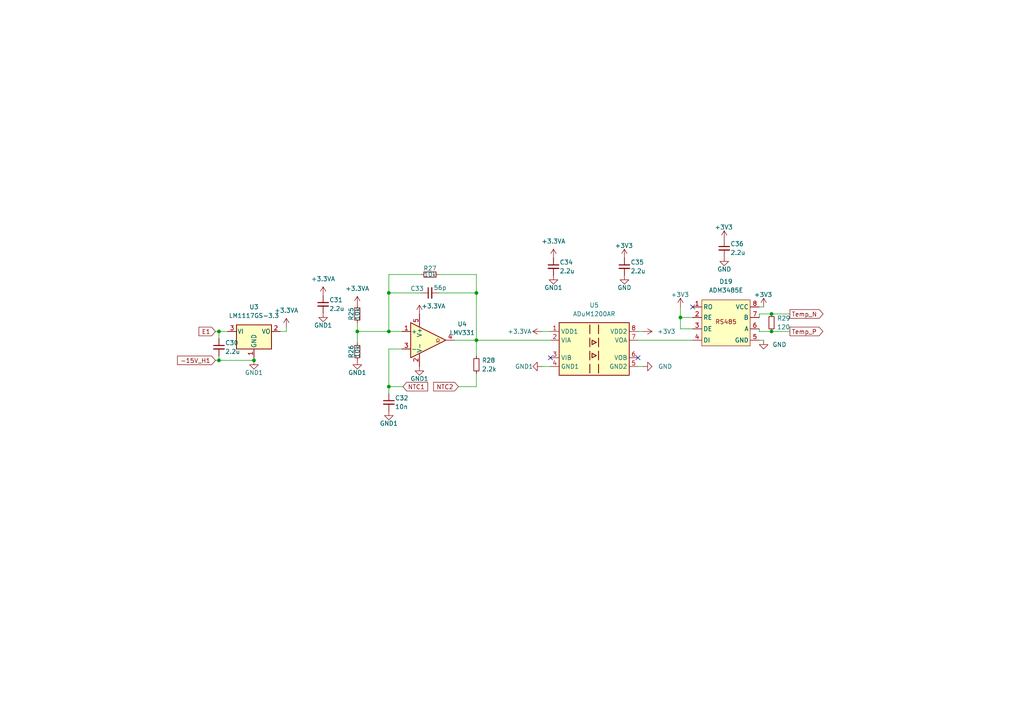
<source format=kicad_sch>
(kicad_sch (version 20211123) (generator eeschema)
  (paper "A4")
  (lib_symbols
    (symbol "Comparator:LMV331" (pin_names (offset 0.127))
      (property "Reference" "U" (at 1.27 5.08 0))
      (property "Value" "LMV331" (at 3.81 -5.08 0))
      (symbol "LMV331_0_1"
        (polyline (pts (xy -5.08 5.08) (xy 5.08 0) (xy -5.08 -5.08) (xy -5.08 5.08)) (stroke (width 0.254)) (fill (type background)))
        (polyline (pts (xy 3.302 -0.508) (xy 2.794 -0.508) (xy 3.302 0) (xy 2.794 0.508) (xy 2.286 0) (xy 2.794 -0.508) (xy 2.286 -0.508)) (stroke (width 0.127)))
      )
      (symbol "LMV331_1_1"
        (pin input line (at -7.62 2.54 0) (length 2.54) (name "+") (number "1"))
        (pin power_in line (at -2.54 -7.62 90) (length 3.81) (name "V-") (number "2"))
        (pin input line (at -7.62 -2.54 0) (length 2.54) (name "-") (number "3"))
        (pin open_collector line (at 7.62 0 180) (length 2.54) (name "~") (number "4"))
        (pin power_in line (at -2.54 7.62 270) (length 3.81) (name "V+") (number "5"))
      )
    )
    (symbol "Device:C_Small" (pin_numbers hide) (pin_names (offset 0.254) hide)
      (property "Reference" "C" (at 0.254 1.778 0))
      (property "Value" "C_Small" (at 0.254 -2.032 0))
      (symbol "C_Small_0_1"
        (polyline (pts (xy -1.524 -0.508) (xy 1.524 -0.508)) (stroke (width 0.3302)))
        (polyline (pts (xy -1.524 0.508) (xy 1.524 0.508)) (stroke (width 0.3048)))
      )
      (symbol "C_Small_1_1"
        (pin passive line (at 0 2.54 270) (length 2.032) (name "~") (number "1"))
        (pin passive line (at 0 -2.54 90) (length 2.032) (name "~") (number "2"))
      )
    )
    (symbol "Device:R_Small" (pin_numbers hide) (pin_names (offset 0.254) hide)
      (property "Reference" "R" (at 0.762 0.508 0))
      (property "Value" "R_Small" (at 0.762 -1.016 0))
      (symbol "R_Small_0_1"
        (rectangle (start -0.762 1.778) (end 0.762 -1.778) (stroke (width 0.2032)))
      )
      (symbol "R_Small_1_1"
        (pin passive line (at 0 2.54 270) (length 0.762) (name "~") (number "1"))
        (pin passive line (at 0 -2.54 90) (length 0.762) (name "~") (number "2"))
      )
    )
    (symbol "Interface_My:ADM3485E"
      (property "Reference" "D" (at 0 0.635 0))
      (property "Value" "ADM3485E" (at 0 -1.27 0))
      (symbol "ADM3485E_0_0"
        (rectangle (start -6.985 -2.54) (end 6.985 -15.875) (fill (type background)))
        (text "RS485" (at 0 -8.89 0) (effects (font (size 1.27 1.27))))
      )
      (symbol "ADM3485E_1_1"
        (pin input line (at -9.652 -4.572 0) (length 2.54) (name "RO") (number "1"))
        (pin input line (at -9.652 -7.62 0) (length 2.54) (name "RE") (number "2"))
        (pin input line (at -9.652 -10.922 0) (length 2.54) (name "DE") (number "3"))
        (pin input line (at -9.652 -14.224 0) (length 2.54) (name "DI") (number "4"))
        (pin input line (at 9.652 -14.224 180) (length 2.54) (name "GND") (number "5"))
        (pin input line (at 9.652 -10.922 180) (length 2.54) (name "A") (number "6"))
        (pin input line (at 9.652 -7.62 180) (length 2.54) (name "B") (number "7"))
        (pin input line (at 9.652 -4.572 180) (length 2.54) (name "VCC") (number "8"))
      )
    )
    (symbol "Isolator:ADuM1200AR"
      (property "Reference" "U" (at -10.16 8.89 0))
      (property "Value" "ADuM1200AR" (at -2.032 8.89 0))
      (symbol "ADuM1200AR_0_1"
        (rectangle (start -10.16 7.62) (end 10.16 -7.62) (stroke (width 0.254)) (fill (type background)))
        (polyline (pts (xy -1.27 -4.445) (xy -1.27 -6.985)) (stroke (width 0.254)))
        (polyline (pts (xy -1.27 -0.635) (xy -1.27 -3.175)) (stroke (width 0.254)))
        (polyline (pts (xy -1.27 3.175) (xy -1.27 0.635)) (stroke (width 0.254)))
        (polyline (pts (xy -1.27 6.985) (xy -1.27 4.445)) (stroke (width 0.254)))
        (polyline (pts (xy 1.27 -4.445) (xy 1.27 -6.985)) (stroke (width 0.254)))
        (polyline (pts (xy 1.27 -0.635) (xy 1.27 -3.175)) (stroke (width 0.254)))
        (polyline (pts (xy 1.27 3.175) (xy 1.27 0.635)) (stroke (width 0.254)))
        (polyline (pts (xy 1.27 6.985) (xy 1.27 4.445)) (stroke (width 0.254)))
        (polyline (pts (xy -0.635 -1.27) (xy -0.635 -2.54) (xy 0.635 -1.905) (xy -0.635 -1.27)) (stroke (width 0.254)))
        (polyline (pts (xy -0.635 1.27) (xy 0.635 1.905) (xy -0.635 2.54) (xy -0.635 1.27)) (stroke (width 0.254)))
      )
      (symbol "ADuM1200AR_1_1"
        (pin power_in line (at -12.7 5.08 0) (length 2.54) (name "VDD1") (number "1"))
        (pin input line (at -12.7 2.54 0) (length 2.54) (name "VIA") (number "2"))
        (pin input line (at -12.7 -2.54 0) (length 2.54) (name "VIB") (number "3"))
        (pin power_in line (at -12.7 -5.08 0) (length 2.54) (name "GND1") (number "4"))
        (pin power_in line (at 12.7 -5.08 180) (length 2.54) (name "GND2") (number "5"))
        (pin output line (at 12.7 -2.54 180) (length 2.54) (name "VOB") (number "6"))
        (pin output line (at 12.7 2.54 180) (length 2.54) (name "VOA") (number "7"))
        (pin power_in line (at 12.7 5.08 180) (length 2.54) (name "VDD2") (number "8"))
      )
    )
    (symbol "Regulator_Linear:LM1117-3.3" (pin_names (offset 0.254))
      (property "Reference" "U" (at -3.81 3.175 0))
      (property "Value" "LM1117-3.3" (at 0 3.175 0))
      (symbol "LM1117-3.3_0_1"
        (rectangle (start -5.08 -5.08) (end 5.08 1.905) (stroke (width 0.254)) (fill (type background)))
      )
      (symbol "LM1117-3.3_1_1"
        (pin power_in line (at 0 -7.62 90) (length 2.54) (name "GND") (number "1"))
        (pin power_out line (at 7.62 0 180) (length 2.54) (name "VO") (number "2"))
        (pin power_in line (at -7.62 0 0) (length 2.54) (name "VI") (number "3"))
      )
    )
    (symbol "power:+3.3V" (power) (pin_names (offset 0))
      (property "Value" "+3.3V" (at 0 3.556 0))
      (symbol "+3.3V_0_1"
        (polyline (pts (xy -0.762 1.27) (xy 0 2.54)))
        (polyline (pts (xy 0 0) (xy 0 2.54)))
        (polyline (pts (xy 0 2.54) (xy 0.762 1.27)))
      )
      (symbol "+3.3V_1_1"
        (pin power_in line (at 0 0 90) (length 0) hide (name "+3V3") (number "1"))
      )
    )
    (symbol "power:+3.3VA" (power) (pin_names (offset 0))
      (property "Value" "+3.3VA" (at 0 3.556 0))
      (symbol "+3.3VA_0_1"
        (polyline (pts (xy -0.762 1.27) (xy 0 2.54)))
        (polyline (pts (xy 0 0) (xy 0 2.54)))
        (polyline (pts (xy 0 2.54) (xy 0.762 1.27)))
      )
      (symbol "+3.3VA_1_1"
        (pin power_in line (at 0 0 90) (length 0) hide (name "+3.3VA") (number "1"))
      )
    )
    (symbol "power:GND" (power) (pin_names (offset 0))
      (property "Value" "GND" (at 0 -3.81 0))
      (symbol "GND_0_1"
        (polyline (pts (xy 0 0) (xy 0 -1.27) (xy 1.27 -1.27) (xy 0 -2.54) (xy -1.27 -1.27) (xy 0 -1.27)))
      )
      (symbol "GND_1_1"
        (pin power_in line (at 0 0 270) (length 0) hide (name "GND") (number "1"))
      )
    )
    (symbol "power:GND1" (power) (pin_names (offset 0))
      (property "Value" "GND1" (at 0 -3.81 0))
      (symbol "GND1_0_1"
        (polyline (pts (xy 0 0) (xy 0 -1.27) (xy 1.27 -1.27) (xy 0 -2.54) (xy -1.27 -1.27) (xy 0 -1.27)))
      )
      (symbol "GND1_1_1"
        (pin power_in line (at 0 0 270) (length 0) hide (name "GND1") (number "1"))
      )
    )
  )
  (junction (at 103.632 96.139))
  (junction (at 63.5 104.521))
  (junction (at 112.776 96.139))
  (junction (at 223.774 91.059))
  (junction (at 223.774 96.139))
  (junction (at 112.776 84.963))
  (junction (at 63.5 96.139))
  (junction (at 138.176 84.963))
  (junction (at 197.358 92.075))
  (junction (at 138.176 98.679))
  (junction (at 73.66 104.521))
  (junction (at 112.776 112.141))
  (no_connect (at 159.639 103.759))
  (no_connect (at 200.914 89.027))
  (no_connect (at 185.039 103.759))
  (wire (pts (xy 132.969 112.141) (xy 138.176 112.141)))
  (wire (pts (xy 103.632 93.599) (xy 103.632 96.139)))
  (wire (pts (xy 112.776 84.963) (xy 112.776 96.139)))
  (wire (pts (xy 197.358 92.075) (xy 200.914 92.075)))
  (wire (pts (xy 112.776 79.629) (xy 112.776 84.963)))
  (wire (pts (xy 112.776 112.141) (xy 112.776 114.173)))
  (wire (pts (xy 131.826 98.679) (xy 138.176 98.679)))
  (wire (pts (xy 197.358 95.377) (xy 200.914 95.377)))
  (wire (pts (xy 138.176 112.141) (xy 138.176 108.331)))
  (wire (pts (xy 223.774 91.059) (xy 229.108 91.059)))
  (wire (pts (xy 103.632 96.139) (xy 112.776 96.139)))
  (wire (pts (xy 127.254 79.629) (xy 138.176 79.629)))
  (wire (pts (xy 157.099 106.299) (xy 159.639 106.299)))
  (wire (pts (xy 220.218 98.679) (xy 221.488 98.679)))
  (wire (pts (xy 83.058 94.869) (xy 83.058 96.139)))
  (wire (pts (xy 127.254 84.963) (xy 138.176 84.963)))
  (wire (pts (xy 62.484 96.139) (xy 63.5 96.139)))
  (wire (pts (xy 112.776 96.139) (xy 116.586 96.139)))
  (wire (pts (xy 185.039 106.299) (xy 186.563 106.299)))
  (wire (pts (xy 220.218 89.027) (xy 221.488 89.027)))
  (wire (pts (xy 197.358 92.075) (xy 197.358 95.377)))
  (wire (pts (xy 63.5 96.139) (xy 66.04 96.139)))
  (wire (pts (xy 112.776 112.141) (xy 112.776 101.219)))
  (wire (pts (xy 62.484 104.521) (xy 63.5 104.521)))
  (wire (pts (xy 63.5 104.521) (xy 73.66 104.521)))
  (wire (pts (xy 138.176 98.679) (xy 159.639 98.679)))
  (wire (pts (xy 122.174 79.629) (xy 112.776 79.629)))
  (wire (pts (xy 138.176 79.629) (xy 138.176 84.963)))
  (wire (pts (xy 220.218 96.139) (xy 220.218 95.377)))
  (wire (pts (xy 103.632 99.441) (xy 103.632 96.139)))
  (wire (pts (xy 185.039 98.679) (xy 200.914 98.679)))
  (wire (pts (xy 83.058 96.139) (xy 81.28 96.139)))
  (wire (pts (xy 116.84 112.141) (xy 112.776 112.141)))
  (wire (pts (xy 63.5 103.251) (xy 63.5 104.521)))
  (wire (pts (xy 223.774 96.139) (xy 229.108 96.139)))
  (wire (pts (xy 63.5 98.171) (xy 63.5 96.139)))
  (wire (pts (xy 112.776 84.963) (xy 122.174 84.963)))
  (wire (pts (xy 223.774 96.139) (xy 220.218 96.139)))
  (wire (pts (xy 138.176 98.679) (xy 138.176 103.251)))
  (wire (pts (xy 157.099 96.139) (xy 159.639 96.139)))
  (wire (pts (xy 185.039 96.139) (xy 186.563 96.139)))
  (wire (pts (xy 138.176 84.963) (xy 138.176 98.679)))
  (wire (pts (xy 73.66 103.759) (xy 73.66 104.521)))
  (wire (pts (xy 112.776 101.219) (xy 116.586 101.219)))
  (wire (pts (xy 220.218 91.059) (xy 220.218 92.075)))
  (wire (pts (xy 223.774 91.059) (xy 220.218 91.059)))
  (wire (pts (xy 197.358 89.027) (xy 197.358 92.075)))
  (global_label "E1" (shape input) (at 62.484 96.139 180) (property "Intersheet References" "${INTERSHEET_REFS}" (effects hide)))
  (global_label "NTC1" (shape input) (at 116.84 112.141 0) (property "Intersheet References" "${INTERSHEET_REFS}" (effects hide)))
  (global_label "NTC2" (shape input) (at 132.969 112.141 180) (property "Intersheet References" "${INTERSHEET_REFS}" (effects hide)))
  (global_label "Temp_P" (shape output) (at 229.108 96.139 0) (property "Intersheet References" "${INTERSHEET_REFS}" (effects hide)))
  (global_label "Temp_N" (shape output) (at 229.108 91.059 0) (property "Intersheet References" "${INTERSHEET_REFS}" (effects hide)))
  (global_label "-15V_H1" (shape input) (at 62.484 104.521 180) (property "Intersheet References" "${INTERSHEET_REFS}" (effects hide)))
  (symbol (lib_id "power:GND") (at 186.563 106.299 90) (unit 1)
    (property "Reference" "#PWR074" (effects hide))
    (property "Value" "GND" (at 190.881 106.2989 90) (effects (justify right)))
  )
  (symbol (lib_id "power:+3.3VA") (at 103.632 88.519 0) (unit 1)
    (property "Reference" "#PWR062" (effects hide))
    (property "Value" "+3.3VA" (at 103.632 83.693 0))
  )
  (symbol (lib_id "power:+3.3V") (at 186.563 96.139 270) (unit 1)
    (property "Reference" "#PWR073" (effects hide))
    (property "Value" "+3.3V" (at 190.627 96.1389 90) (effects (justify left)))
  )
  (symbol (lib_id "power:GND1") (at 93.726 90.805 0) (unit 1)
    (property "Reference" "#PWR061" (effects hide))
    (property "Value" "GND1" (at 93.726 94.361 0))
  )
  (symbol (lib_id "power:GND1") (at 121.666 106.299 0) (unit 1)
    (property "Reference" "#PWR066" (effects hide))
    (property "Value" "GND1" (at 121.666 109.855 0))
  )
  (symbol (lib_id "power:+3.3VA") (at 121.666 91.059 0) (unit 1)
    (property "Reference" "#PWR065" (effects hide))
    (property "Value" "+3.3VA" (at 125.73 88.773 0))
  )
  (symbol (lib_id "power:GND") (at 181.102 79.883 0) (unit 1)
    (property "Reference" "#PWR072" (effects hide))
    (property "Value" "GND" (at 179.07 83.439 0) (effects (justify left)))
  )
  (symbol (lib_id "power:+3.3VA") (at 83.058 94.869 0) (unit 1)
    (property "Reference" "#PWR059" (effects hide))
    (property "Value" "+3.3VA" (at 83.058 90.043 0))
  )
  (symbol (lib_id "power:+3.3V") (at 221.488 89.027 0) (unit 1)
    (property "Reference" "#PWR078" (effects hide))
    (property "Value" "+3.3V" (at 218.694 85.471 0) (effects (justify left)))
  )
  (symbol (lib_id "Device:C_Small") (at 160.528 77.343 0) (unit 1)
    (property "Reference" "C34" (at 162.306 76.073 0) (effects (justify left)))
    (property "Value" "2.2u" (at 162.306 78.613 0) (effects (justify left)))
    (property "Footprint" "Capacitor_SMD:C_0805_2012Metric_Pad1.18x1.45mm_HandSolder" (effects hide))
  )
  (symbol (lib_id "Comparator:LMV331") (at 124.206 98.679 0) (unit 1)
    (property "Reference" "U4" (at 134.0612 93.98 0))
    (property "Value" "LMV331" (at 134.0612 96.52 0))
    (property "Footprint" "Package_TO_SOT_SMD:SOT-23-5" (effects hide))
    (property "Datasheet" "http://www.ti.com/lit/ds/symlink/lmv331.pdf" (effects hide))
  )
  (symbol (lib_id "power:GND1") (at 112.776 119.253 0) (unit 1)
    (property "Reference" "#PWR064" (effects hide))
    (property "Value" "GND1" (at 112.776 122.809 0))
  )
  (symbol (lib_id "Device:C_Small") (at 112.776 116.713 0) (unit 1)
    (property "Reference" "C32" (at 114.554 115.443 0) (effects (justify left)))
    (property "Value" "10n" (at 114.554 117.983 0) (effects (justify left)))
    (property "Footprint" "Capacitor_SMD:C_0805_2012Metric_Pad1.18x1.45mm_HandSolder" (effects hide))
  )
  (symbol (lib_id "Isolator:ADuM1200AR") (at 172.339 101.219 0) (unit 1)
    (property "Reference" "U5" (at 172.339 88.519 0))
    (property "Value" "ADuM1200AR" (at 172.339 91.059 0))
    (property "Footprint" "Package_SO:SOIC-8_3.9x4.9mm_P1.27mm" (effects hide))
    (property "Datasheet" "https://www.analog.com/media/en/technical-documentation/data-sheets/ADuM1200_1201.pdf" (effects hide))
  )
  (symbol (lib_id "power:GND1") (at 157.099 106.299 270) (unit 1)
    (property "Reference" "#PWR068" (effects hide))
    (property "Value" "GND1" (at 152.019 106.299 90))
  )
  (symbol (lib_id "power:+3.3V") (at 210.058 69.469 0) (unit 1)
    (property "Reference" "#PWR076" (effects hide))
    (property "Value" "+3.3V" (at 207.264 65.913 0) (effects (justify left)))
  )
  (symbol (lib_id "Device:R_Small") (at 138.176 105.791 0) (unit 1)
    (property "Reference" "R28" (at 139.7508 104.5209 0) (effects (justify left)))
    (property "Value" "2.2k" (at 139.7508 107.0609 0) (effects (justify left)))
    (property "Footprint" "Resistor_SMD:R_0805_2012Metric_Pad1.20x1.40mm_HandSolder" (effects hide))
  )
  (symbol (lib_id "power:GND1") (at 103.632 104.521 0) (unit 1)
    (property "Reference" "#PWR063" (effects hide))
    (property "Value" "GND1" (at 103.632 108.077 0))
  )
  (symbol (lib_id "Device:R_Small") (at 103.632 91.059 180) (unit 1)
    (property "Reference" "R25" (at 101.854 91.059 90))
    (property "Value" "10k" (at 103.632 91.059 90))
    (property "Footprint" "Resistor_SMD:R_0805_2012Metric_Pad1.20x1.40mm_HandSolder" (effects hide))
  )
  (symbol (lib_id "Device:R_Small") (at 103.632 101.981 180) (unit 1)
    (property "Reference" "R26" (at 101.854 101.981 90))
    (property "Value" "10k" (at 103.632 101.981 90))
    (property "Footprint" "Resistor_SMD:R_0805_2012Metric_Pad1.20x1.40mm_HandSolder" (effects hide))
  )
  (symbol (lib_id "Regulator_Linear:LM1117-3.3") (at 73.66 96.139 0) (unit 1)
    (property "Reference" "U3" (at 73.66 89.027 0))
    (property "Value" "LM1117GS-3.3" (at 73.66 91.567 0))
    (property "Footprint" "Package_TO_SOT_SMD:SOT-223" (effects hide))
    (property "Datasheet" "http://www.ti.com/lit/ds/symlink/lm1117.pdf" (effects hide))
  )
  (symbol (lib_id "Device:C_Small") (at 124.714 84.963 90) (unit 1)
    (property "Reference" "C33" (at 122.936 83.693 90) (effects (justify left)))
    (property "Value" "56p" (at 129.54 83.439 90) (effects (justify left)))
    (property "Footprint" "Capacitor_SMD:C_0805_2012Metric_Pad1.18x1.45mm_HandSolder" (effects hide))
  )
  (symbol (lib_id "Device:C_Small") (at 210.058 72.009 0) (unit 1)
    (property "Reference" "C36" (at 211.836 70.739 0) (effects (justify left)))
    (property "Value" "2.2u" (at 211.836 73.279 0) (effects (justify left)))
    (property "Footprint" "Capacitor_SMD:C_0805_2012Metric_Pad1.18x1.45mm_HandSolder" (effects hide))
  )
  (symbol (lib_id "Device:C_Small") (at 181.102 77.343 0) (unit 1)
    (property "Reference" "C35" (at 182.88 76.073 0) (effects (justify left)))
    (property "Value" "2.2u" (at 182.88 78.613 0) (effects (justify left)))
    (property "Footprint" "Capacitor_SMD:C_0805_2012Metric_Pad1.18x1.45mm_HandSolder" (effects hide))
  )
  (symbol (lib_id "power:GND1") (at 73.66 104.521 0) (unit 1)
    (property "Reference" "#PWR058" (effects hide))
    (property "Value" "GND1" (at 73.66 108.077 0))
  )
  (symbol (lib_id "power:+3.3V") (at 197.358 89.027 0) (unit 1)
    (property "Reference" "#PWR075" (effects hide))
    (property "Value" "+3.3V" (at 194.564 85.471 0) (effects (justify left)))
  )
  (symbol (lib_id "Interface_My:ADM3485E") (at 210.566 84.455 0) (unit 1)
    (property "Reference" "D19" (at 210.566 81.661 0))
    (property "Value" "ADM3485E" (at 210.566 84.201 0))
    (property "Footprint" "Package_SO:SOIC-8_3.9x4.9mm_P1.27mm" (effects hide))
  )
  (symbol (lib_id "Device:C_Small") (at 63.5 100.711 0) (unit 1)
    (property "Reference" "C30" (at 65.278 99.441 0) (effects (justify left)))
    (property "Value" "2.2u" (at 65.278 101.981 0) (effects (justify left)))
    (property "Footprint" "Capacitor_SMD:C_0805_2012Metric_Pad1.18x1.45mm_HandSolder" (effects hide))
  )
  (symbol (lib_id "power:+3.3VA") (at 160.528 74.803 0) (unit 1)
    (property "Reference" "#PWR069" (effects hide))
    (property "Value" "+3.3VA" (at 160.528 69.977 0))
  )
  (symbol (lib_id "Device:R_Small") (at 223.774 93.599 0) (unit 1)
    (property "Reference" "R29" (at 225.3488 92.3289 0) (effects (justify left)))
    (property "Value" "120" (at 225.3488 94.8689 0) (effects (justify left)))
    (property "Footprint" "Resistor_SMD:R_0805_2012Metric_Pad1.20x1.40mm_HandSolder" (effects hide))
  )
  (symbol (lib_id "Device:C_Small") (at 93.726 88.265 0) (unit 1)
    (property "Reference" "C31" (at 95.504 86.995 0) (effects (justify left)))
    (property "Value" "2.2u" (at 95.504 89.535 0) (effects (justify left)))
    (property "Footprint" "Capacitor_SMD:C_0805_2012Metric_Pad1.18x1.45mm_HandSolder" (effects hide))
  )
  (symbol (lib_id "Device:R_Small") (at 124.714 79.629 90) (unit 1)
    (property "Reference" "R27" (at 124.714 77.851 90))
    (property "Value" "10k" (at 124.714 79.629 90))
    (property "Footprint" "Resistor_SMD:R_0805_2012Metric_Pad1.20x1.40mm_HandSolder" (effects hide))
  )
  (symbol (lib_id "power:+3.3V") (at 181.102 74.803 0) (unit 1)
    (property "Reference" "#PWR071" (effects hide))
    (property "Value" "+3.3V" (at 178.308 71.247 0) (effects (justify left)))
  )
  (symbol (lib_id "power:+3.3VA") (at 93.726 85.725 0) (unit 1)
    (property "Reference" "#PWR060" (effects hide))
    (property "Value" "+3.3VA" (at 93.726 80.899 0))
  )
  (symbol (lib_id "power:+3.3VA") (at 157.099 96.139 90) (unit 1)
    (property "Reference" "#PWR067" (effects hide))
    (property "Value" "+3.3VA" (at 147.193 96.139 90) (effects (justify right)))
  )
  (symbol (lib_id "power:GND") (at 210.058 74.549 0) (unit 1)
    (property "Reference" "#PWR077" (effects hide))
    (property "Value" "GND" (at 208.026 78.105 0) (effects (justify left)))
  )
  (symbol (lib_id "power:GND") (at 221.488 98.679 0) (unit 1)
    (property "Reference" "#PWR079" (effects hide))
    (property "Value" "GND" (at 224.028 99.9489 0) (effects (justify left)))
  )
  (symbol (lib_id "power:GND1") (at 160.528 79.883 0) (unit 1)
    (property "Reference" "#PWR070" (effects hide))
    (property "Value" "GND1" (at 160.528 83.439 0))
  )
)
</source>
